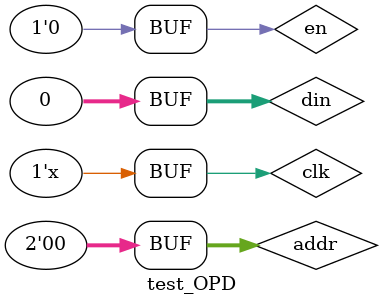
<source format=v>
module test_OPD;
  
  reg clk, en;
  reg [3:2] addr;
  reg [31:0] din;
  wire [31:0] dout;
  
  outputDev OPD_wsz(clk, en, addr, din, dout);
  
  initial
  begin
    #0
    clk = 0;
    en = 0;
    addr = 2'b00;
    din = 32'h1234_5678;
    #50
    en = 1;
    #50
    en = 0;
    #150
    en = 1;
    addr = 2'b01;
    din = 32'h8765_4321;
    #50
    en = 1;
    din = 32'b0;
    addr = 2'b00;
    #50
    en = 0;
    
  end
  
  always
    #50 clk = ~clk;
    
  
endmodule

</source>
